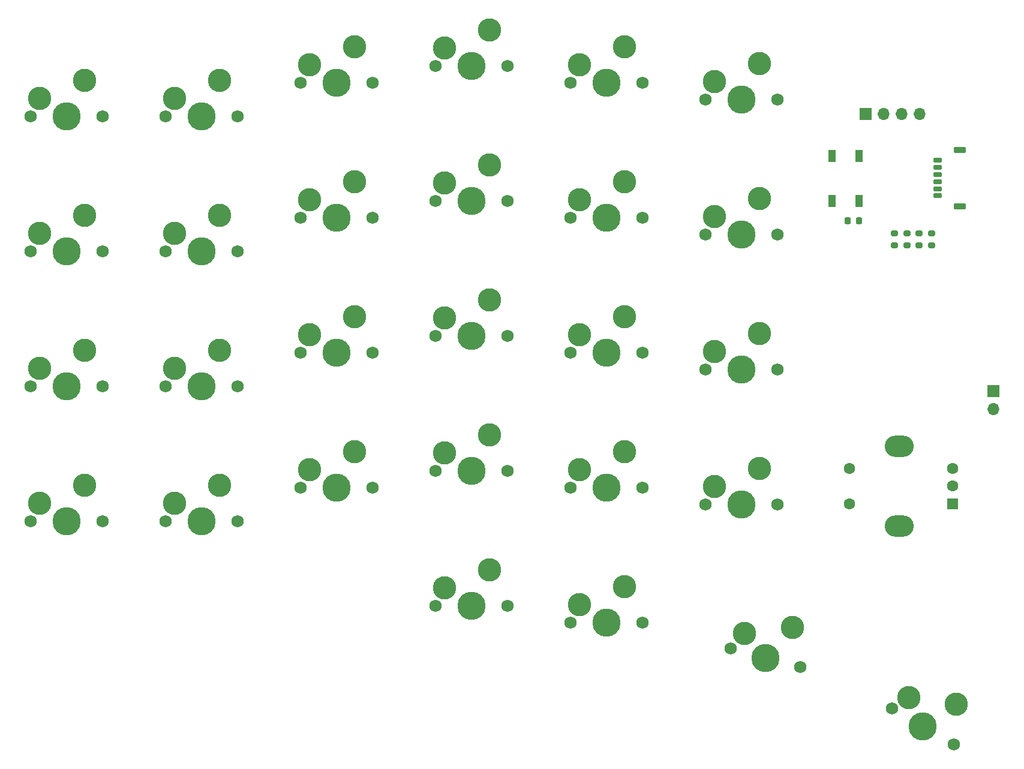
<source format=gbr>
%TF.GenerationSoftware,KiCad,Pcbnew,7.0.10*%
%TF.CreationDate,2024-04-22T22:33:16+02:00*%
%TF.ProjectId,pcb-left,7063622d-6c65-4667-942e-6b696361645f,rev?*%
%TF.SameCoordinates,Original*%
%TF.FileFunction,Soldermask,Top*%
%TF.FilePolarity,Negative*%
%FSLAX46Y46*%
G04 Gerber Fmt 4.6, Leading zero omitted, Abs format (unit mm)*
G04 Created by KiCad (PCBNEW 7.0.10) date 2024-04-22 22:33:16*
%MOMM*%
%LPD*%
G01*
G04 APERTURE LIST*
G04 Aperture macros list*
%AMRoundRect*
0 Rectangle with rounded corners*
0 $1 Rounding radius*
0 $2 $3 $4 $5 $6 $7 $8 $9 X,Y pos of 4 corners*
0 Add a 4 corners polygon primitive as box body*
4,1,4,$2,$3,$4,$5,$6,$7,$8,$9,$2,$3,0*
0 Add four circle primitives for the rounded corners*
1,1,$1+$1,$2,$3*
1,1,$1+$1,$4,$5*
1,1,$1+$1,$6,$7*
1,1,$1+$1,$8,$9*
0 Add four rect primitives between the rounded corners*
20,1,$1+$1,$2,$3,$4,$5,0*
20,1,$1+$1,$4,$5,$6,$7,0*
20,1,$1+$1,$6,$7,$8,$9,0*
20,1,$1+$1,$8,$9,$2,$3,0*%
G04 Aperture macros list end*
%ADD10RoundRect,0.150000X0.475000X-0.150000X0.475000X0.150000X-0.475000X0.150000X-0.475000X-0.150000X0*%
%ADD11RoundRect,0.225000X0.625000X-0.225000X0.625000X0.225000X-0.625000X0.225000X-0.625000X-0.225000X0*%
%ADD12RoundRect,0.200000X-0.275000X0.200000X-0.275000X-0.200000X0.275000X-0.200000X0.275000X0.200000X0*%
%ADD13RoundRect,0.225000X0.225000X0.250000X-0.225000X0.250000X-0.225000X-0.250000X0.225000X-0.250000X0*%
%ADD14R,1.000000X1.700000*%
%ADD15R,1.700000X1.700000*%
%ADD16O,1.700000X1.700000*%
%ADD17RoundRect,0.250000X0.550000X0.550000X-0.550000X0.550000X-0.550000X-0.550000X0.550000X-0.550000X0*%
%ADD18C,1.600000*%
%ADD19O,4.100000X3.000000*%
%ADD20C,1.750000*%
%ADD21C,3.987800*%
%ADD22C,3.300000*%
G04 APERTURE END LIST*
D10*
%TO.C,J2*%
X168895000Y-55280000D03*
X168895000Y-54280000D03*
X168895000Y-53280000D03*
X168895000Y-52280000D03*
X168895000Y-51280000D03*
X168895000Y-50280000D03*
D11*
X172020000Y-56730000D03*
X172020000Y-48830000D03*
%TD*%
D12*
%TO.C,R3*%
X162775000Y-60620000D03*
X162775000Y-62270000D03*
%TD*%
%TO.C,R1*%
X166280000Y-60605000D03*
X166280000Y-62255000D03*
%TD*%
D13*
%TO.C,C10*%
X157780000Y-58820000D03*
X156230000Y-58820000D03*
%TD*%
D12*
%TO.C,R2*%
X168080000Y-60605000D03*
X168080000Y-62255000D03*
%TD*%
D14*
%TO.C,SW1*%
X153980000Y-55970000D03*
X153980000Y-49670000D03*
X157780000Y-55970000D03*
X157780000Y-49670000D03*
%TD*%
D15*
%TO.C,J3*%
X158780000Y-43720000D03*
D16*
X161320000Y-43720000D03*
X163860000Y-43720000D03*
X166400000Y-43720000D03*
%TD*%
D17*
%TO.C,SW2*%
X170980000Y-98760000D03*
D18*
X170980000Y-93760000D03*
X170980000Y-96260000D03*
X156480000Y-98760000D03*
X156480000Y-93760000D03*
D19*
X163480000Y-101860000D03*
X163480000Y-90660000D03*
%TD*%
D12*
%TO.C,R5*%
X164575000Y-60610000D03*
X164575000Y-62260000D03*
%TD*%
D15*
%TO.C,J1*%
X176780000Y-82820000D03*
D16*
X176780000Y-85360000D03*
%TD*%
D20*
%TO.C,MX7*%
X51039998Y-63130000D03*
D21*
X45959998Y-63130000D03*
D20*
X40879998Y-63130000D03*
D22*
X42149998Y-60590000D03*
X48499998Y-58050000D03*
%TD*%
D20*
%TO.C,MX3*%
X89139998Y-39317500D03*
D21*
X84059998Y-39317500D03*
D20*
X78979998Y-39317500D03*
D22*
X80249998Y-36777500D03*
X86599998Y-34237500D03*
%TD*%
D20*
%TO.C,MX11*%
X127239998Y-58367500D03*
D21*
X122159998Y-58367500D03*
D20*
X117079998Y-58367500D03*
D22*
X118349998Y-55827500D03*
X124699998Y-53287500D03*
%TD*%
D20*
%TO.C,MX1*%
X51039998Y-44080000D03*
D21*
X45959998Y-44080000D03*
D20*
X40879998Y-44080000D03*
D22*
X42149998Y-41540000D03*
X48499998Y-39000000D03*
%TD*%
D20*
%TO.C,MX16*%
X108189998Y-75036250D03*
D21*
X103109998Y-75036250D03*
D20*
X98029998Y-75036250D03*
D22*
X99299998Y-72496250D03*
X105649998Y-69956250D03*
%TD*%
D20*
%TO.C,MX14*%
X70089998Y-82180000D03*
D21*
X65009998Y-82180000D03*
D20*
X59929998Y-82180000D03*
D22*
X61199998Y-79640000D03*
X67549998Y-77100000D03*
%TD*%
D20*
%TO.C,MX9*%
X89139998Y-58367500D03*
D21*
X84059998Y-58367500D03*
D20*
X78979998Y-58367500D03*
D22*
X80249998Y-55827500D03*
X86599998Y-53287500D03*
%TD*%
D20*
%TO.C,MX24*%
X146289998Y-98848750D03*
D21*
X141209998Y-98848750D03*
D20*
X136129998Y-98848750D03*
D22*
X137399998Y-96308750D03*
X143749998Y-93768750D03*
%TD*%
D20*
%TO.C,MX22*%
X108189998Y-94086250D03*
D21*
X103109998Y-94086250D03*
D20*
X98029998Y-94086250D03*
D22*
X99299998Y-91546250D03*
X105649998Y-89006250D03*
%TD*%
D20*
%TO.C,MX21*%
X89139998Y-96467500D03*
D21*
X84059998Y-96467500D03*
D20*
X78979998Y-96467500D03*
D22*
X80249998Y-93927500D03*
X86599998Y-91387500D03*
%TD*%
D20*
%TO.C,MX13*%
X51039998Y-82180000D03*
D21*
X45959998Y-82180000D03*
D20*
X40879998Y-82180000D03*
D22*
X42149998Y-79640000D03*
X48499998Y-77100000D03*
%TD*%
D20*
%TO.C,MX15*%
X89139998Y-77417500D03*
D21*
X84059998Y-77417500D03*
D20*
X78979998Y-77417500D03*
D22*
X80249998Y-74877500D03*
X86599998Y-72337500D03*
%TD*%
D20*
%TO.C,MX19*%
X51039998Y-101230000D03*
D21*
X45959998Y-101230000D03*
D20*
X40879998Y-101230000D03*
D22*
X42149998Y-98690000D03*
X48499998Y-96150000D03*
%TD*%
D20*
%TO.C,MX17*%
X127239998Y-77417500D03*
D21*
X122159998Y-77417500D03*
D20*
X117079998Y-77417500D03*
D22*
X118349998Y-74877500D03*
X124699998Y-72337500D03*
%TD*%
D20*
%TO.C,MX4*%
X108189998Y-36936250D03*
D21*
X103109998Y-36936250D03*
D20*
X98029998Y-36936250D03*
D22*
X99299998Y-34396250D03*
X105649998Y-31856250D03*
%TD*%
D20*
%TO.C,MX20*%
X70089998Y-101230000D03*
D21*
X65009998Y-101230000D03*
D20*
X59929998Y-101230000D03*
D22*
X61199998Y-98690000D03*
X67549998Y-96150000D03*
%TD*%
D20*
%TO.C,MX27*%
X149523754Y-121809828D03*
D21*
X144616851Y-120495027D03*
D20*
X139709948Y-119180226D03*
D22*
X141594074Y-117055475D03*
X148385103Y-116245524D03*
%TD*%
D20*
%TO.C,MX10*%
X108189998Y-55986250D03*
D21*
X103109998Y-55986250D03*
D20*
X98029998Y-55986250D03*
D22*
X99299998Y-53446250D03*
X105649998Y-50906250D03*
%TD*%
D20*
%TO.C,MX26*%
X127239998Y-115517500D03*
D21*
X122159998Y-115517500D03*
D20*
X117079998Y-115517500D03*
D22*
X118349998Y-112977500D03*
X124699998Y-110437500D03*
%TD*%
D20*
%TO.C,MX18*%
X146289998Y-79798750D03*
D21*
X141209998Y-79798750D03*
D20*
X136129998Y-79798750D03*
D22*
X137399998Y-77258750D03*
X143749998Y-74718750D03*
%TD*%
D20*
%TO.C,MX12*%
X146289998Y-60748750D03*
D21*
X141209998Y-60748750D03*
D20*
X136129998Y-60748750D03*
D22*
X137399998Y-58208750D03*
X143749998Y-55668750D03*
%TD*%
D20*
%TO.C,MX28*%
X171221544Y-132726605D03*
D21*
X166822135Y-130186605D03*
D20*
X162422726Y-127646605D03*
D22*
X164792578Y-126081900D03*
X171561840Y-127057196D03*
%TD*%
D20*
%TO.C,MX25*%
X108189998Y-113136250D03*
D21*
X103109998Y-113136250D03*
D20*
X98029998Y-113136250D03*
D22*
X99299998Y-110596250D03*
X105649998Y-108056250D03*
%TD*%
D20*
%TO.C,MX6*%
X146289998Y-41698750D03*
D21*
X141209998Y-41698750D03*
D20*
X136129998Y-41698750D03*
D22*
X137399998Y-39158750D03*
X143749998Y-36618750D03*
%TD*%
D20*
%TO.C,MX23*%
X127239998Y-96467500D03*
D21*
X122159998Y-96467500D03*
D20*
X117079998Y-96467500D03*
D22*
X118349998Y-93927500D03*
X124699998Y-91387500D03*
%TD*%
D20*
%TO.C,MX8*%
X70089998Y-63130000D03*
D21*
X65009998Y-63130000D03*
D20*
X59929998Y-63130000D03*
D22*
X61199998Y-60590000D03*
X67549998Y-58050000D03*
%TD*%
D20*
%TO.C,MX2*%
X70089998Y-44080000D03*
D21*
X65009998Y-44080000D03*
D20*
X59929998Y-44080000D03*
D22*
X61199998Y-41540000D03*
X67549998Y-39000000D03*
%TD*%
D20*
%TO.C,MX5*%
X127239998Y-39317500D03*
D21*
X122159998Y-39317500D03*
D20*
X117079998Y-39317500D03*
D22*
X118349998Y-36777500D03*
X124699998Y-34237500D03*
%TD*%
M02*

</source>
